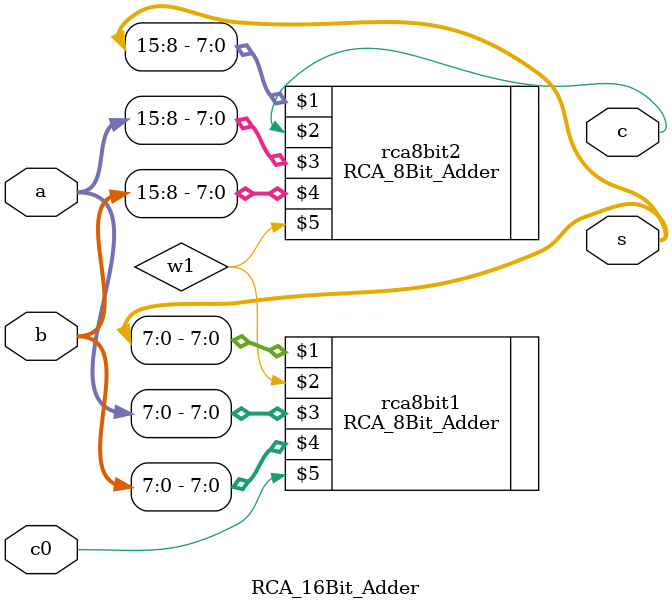
<source format=v>
`timescale 1ns / 1ps
module RCA_16Bit_Adder(s, c, a, b, c0);
	output [15:0] s;
	output c;
	input [15:0] a, b;
	input c0;
	
	wire w1;
	
	RCA_8Bit_Adder rca8bit1(s[7:0], w1, a[7:0], b[7:0], c0);
	RCA_8Bit_Adder rca8bit2(s[15:8], c, a[15:8], b[15:8], w1);


endmodule

</source>
